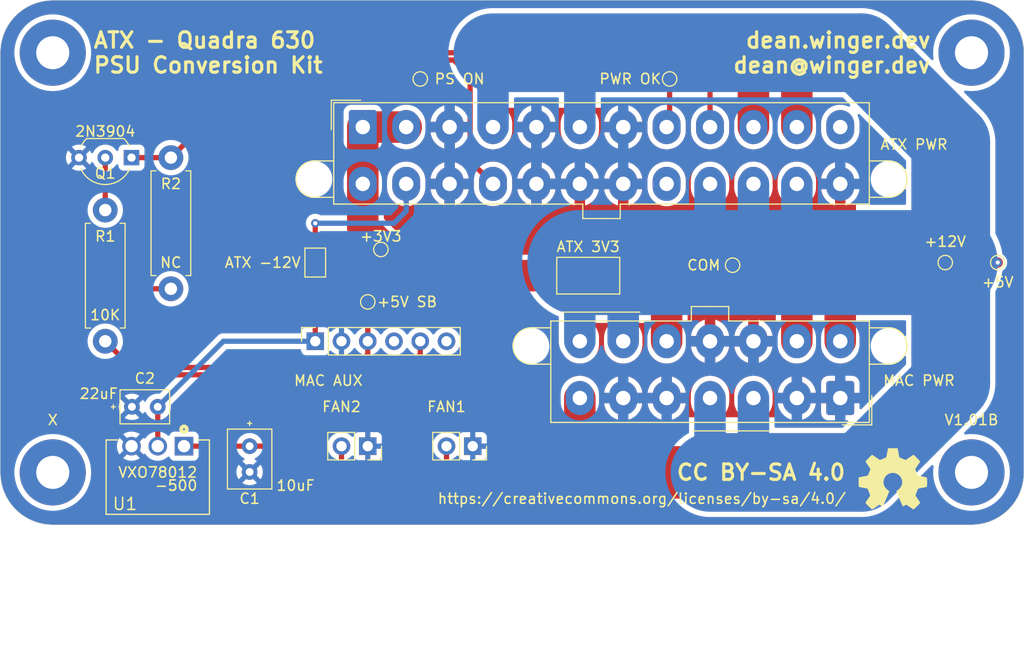
<source format=kicad_pcb>
(kicad_pcb (version 20241229) (generator "pcbnew") (generator_version "9.0")
  (title_block (title "ATX - Quadra 630 PSU Conversion Kit") (date "2020-09-01") (rev "V1.01B") (company "Dean Winger") (comment 1 "dean.winger.dev / dean@winger.dev") (comment 3 "https://creativecommons.org/licenses/by-sa/4.0/") (comment 4 "CC BY-SA 4.0"))
  (layers (0 "F.Cu" signal) (2 "B.Cu" signal) (13 "F.Paste" user) (15 "B.Paste" user) (5 "F.SilkS" user "F.Silkscreen") (7 "B.SilkS" user "B.Silkscreen") (1 "F.Mask" user) (3 "B.Mask" user) (25 "Edge.Cuts" user))
  (net 0 "")
  (net 2 "Net-(J1-Pin_14)")
  (net 3 "Net-(J2-Pin_12)")
  (net 5 "Net-(J3-Pin_5)")
  (net 6 "/COM")
  (net 7 "/+5V")
  (net 8 "/PS_ON")
  (net 9 "/+3V3")
  (net 10 "/+12V")
  (net 11 "/+5V_SB")
  (net 12 "/PWR_OK")
  (net 13 "/-12V")
  (net 15 "Net-(Q1-B)")
  (footprint "MountingHole:MountingHole_3.2mm_M3_Pad" (layer "F.Cu") (at 30.48 30.48)
    (property "Reference" "H1" (hide yes))
    (property "Value" "MountingHole_Pad" (hide yes))
    (pad "1" thru_hole circle (at 0 0) (size 6.4 6.4) (drill 3.2) (layers "*.Cu" "*.Mask"))
  )
  (footprint "MountingHole:MountingHole_3.2mm_M3_Pad" (layer "F.Cu") (at 119.38 30.48)
    (property "Reference" "H2" (hide yes))
    (property "Value" "MountingHole_Pad" (hide yes))
    (pad "1" thru_hole circle (at 0 0) (size 6.4 6.4) (drill 3.2) (layers "*.Cu" "*.Mask"))
  )
  (footprint "MountingHole:MountingHole_3.2mm_M3_Pad" (layer "F.Cu") (at 30.48 71.12)
    (property "Reference" "H3" (hide yes))
    (property "Value" "MountingHole_Pad" (hide yes))
    (pad "1" thru_hole circle (at 0 0) (size 6.4 6.4) (drill 3.2) (layers "*.Cu" "*.Mask"))
  )
  (footprint "MountingHole:MountingHole_3.2mm_M3_Pad" (layer "F.Cu") (at 119.38 71.12)
    (property "Reference" "H4" (hide yes))
    (property "Value" "MountingHole_Pad" (hide yes))
    (pad "1" thru_hole circle (at 0 0) (size 6.4 6.4) (drill 3.2) (layers "*.Cu" "*.Mask"))
  )
  (footprint "Connector_Molex:Molex_Mini-Fit_Jr_5566-24A2_2x12_P4.20mm_Vertical" (layer "F.Cu") (at 60.48 37.68)
    (property "Reference" "J1" (hide yes))
    (property "Value" "ATX PWR" (at 53.34 1.69 0) (layer "F.SilkS"))
    (fp_line (start -4.7 3.28) (end -2.81 3.28) (stroke (width 0.12)) (layer "F.SilkS"))
    (fp_line (start -4.7 6.8) (end -2.81 6.8) (stroke (width 0.12)) (layer "F.SilkS"))
    (fp_line (start -3.05 -2.6) (end -3.05 0.25) (stroke (width 0.12)) (layer "F.SilkS"))
    (fp_line (start -2.81 -2.36) (end -2.81 7.46) (stroke (width 0.12)) (layer "F.SilkS"))
    (fp_line (start -2.81 7.46) (end 21.29 7.46) (stroke (width 0.12)) (layer "F.SilkS"))
    (fp_line (start -0.2 -2.6) (end -3.05 -2.6) (stroke (width 0.12)) (layer "F.SilkS"))
    (fp_line (start 21.29 7.46) (end 21.29 8.86) (stroke (width 0.12)) (layer "F.SilkS"))
    (fp_line (start 21.29 8.86) (end 23.1 8.86) (stroke (width 0.12)) (layer "F.SilkS"))
    (fp_line (start 23.1 -2.36) (end -2.81 -2.36) (stroke (width 0.12)) (layer "F.SilkS"))
    (fp_line (start 23.1 -2.36) (end 49.01 -2.36) (stroke (width 0.12)) (layer "F.SilkS"))
    (fp_line (start 24.91 7.46) (end 24.91 8.86) (stroke (width 0.12)) (layer "F.SilkS"))
    (fp_line (start 24.91 8.86) (end 23.1 8.86) (stroke (width 0.12)) (layer "F.SilkS"))
    (fp_line (start 49.01 -2.36) (end 49.01 7.46) (stroke (width 0.12)) (layer "F.SilkS"))
    (fp_line (start 49.01 7.46) (end 24.91 7.46) (stroke (width 0.12)) (layer "F.SilkS"))
    (fp_line (start 50.9 3.28) (end 49.01 3.28) (stroke (width 0.12)) (layer "F.SilkS"))
    (fp_line (start 50.9 6.8) (end 49.01 6.8) (stroke (width 0.12)) (layer "F.SilkS"))
    (fp_arc (start -4.7 6.8) (mid -6.46 5.04) (end -4.7 3.28) (stroke (width 0.12)) (layer "F.SilkS"))
    (fp_arc (start 50.9 3.28) (mid 52.66 5.04) (end 50.9 6.8) (stroke (width 0.12)) (layer "F.SilkS"))
    (pad "" np_thru_hole circle (at -4.7 5.04) (size 3 3) (drill 3) (layers "*.Cu" "*.Mask"))
    (pad "" np_thru_hole circle (at 50.9 5.04) (size 3 3) (drill 3) (layers "*.Cu" "*.Mask"))
    (pad "1" thru_hole roundrect (at 0 0) (size 2.7 3.3) (drill 1.4) (layers "*.Cu" "*.Mask") (roundrect_rratio 0.092593) (net 9 "/+3V3"))
    (pad "2" thru_hole oval (at 4.2 0) (size 2.7 3.3) (drill 1.4) (layers "*.Cu" "*.Mask") (net 9 "/+3V3"))
    (pad "3" thru_hole oval (at 8.4 0) (size 2.7 3.3) (drill 1.4) (layers "*.Cu" "*.Mask") (net 6 "/COM"))
    (pad "4" thru_hole oval (at 12.6 0) (size 2.7 3.3) (drill 1.4) (layers "*.Cu" "*.Mask") (net 7 "/+5V"))
    (pad "5" thru_hole oval (at 16.8 0) (size 2.7 3.3) (drill 1.4) (layers "*.Cu" "*.Mask") (net 6 "/COM"))
    (pad "6" thru_hole oval (at 21 0) (size 2.7 3.3) (drill 1.4) (layers "*.Cu" "*.Mask") (net 7 "/+5V"))
    (pad "7" thru_hole oval (at 25.2 0) (size 2.7 3.3) (drill 1.4) (layers "*.Cu" "*.Mask") (net 6 "/COM"))
    (pad "8" thru_hole oval (at 29.4 0) (size 2.7 3.3) (drill 1.4) (layers "*.Cu" "*.Mask") (net 12 "/PWR_OK"))
    (pad "9" thru_hole oval (at 33.6 0) (size 2.7 3.3) (drill 1.4) (layers "*.Cu" "*.Mask") (net 11 "/+5V_SB"))
    (pad "10" thru_hole oval (at 37.8 0) (size 2.7 3.3) (drill 1.4) (layers "*.Cu" "*.Mask") (net 10 "/+12V"))
    (pad "11" thru_hole oval (at 42 0) (size 2.7 3.3) (drill 1.4) (layers "*.Cu" "*.Mask") (net 10 "/+12V"))
    (pad "12" thru_hole oval (at 46.2 0) (size 2.7 3.3) (drill 1.4) (layers "*.Cu" "*.Mask") (net 9 "/+3V3"))
    (pad "13" thru_hole oval (at 0 5.5) (size 2.7 3.3) (drill 1.4) (layers "*.Cu" "*.Mask") (net 9 "/+3V3"))
    (pad "14" thru_hole oval (at 4.2 5.5) (size 2.7 3.3) (drill 1.4) (layers "*.Cu" "*.Mask") (net 2 "Net-(J1-Pin_14)"))
    (pad "15" thru_hole oval (at 8.4 5.5) (size 2.7 3.3) (drill 1.4) (layers "*.Cu" "*.Mask") (net 6 "/COM"))
    (pad "16" thru_hole oval (at 12.6 5.5) (size 2.7 3.3) (drill 1.4) (layers "*.Cu" "*.Mask") (net 8 "/PS_ON"))
    (pad "17" thru_hole oval (at 16.8 5.5) (size 2.7 3.3) (drill 1.4) (layers "*.Cu" "*.Mask") (net 6 "/COM"))
    (pad "18" thru_hole oval (at 21 5.5) (size 2.7 3.3) (drill 1.4) (layers "*.Cu" "*.Mask") (net 6 "/COM"))
    (pad "19" thru_hole oval (at 25.2 5.5) (size 2.7 3.3) (drill 1.4) (layers "*.Cu" "*.Mask") (net 6 "/COM"))
    (pad "20" thru_hole oval (at 29.4 5.5) (size 2.7 3.3) (drill 1.4) (layers "*.Cu" "*.Mask"))
    (pad "21" thru_hole oval (at 33.6 5.5) (size 2.7 3.3) (drill 1.4) (layers "*.Cu" "*.Mask") (net 7 "/+5V"))
    (pad "22" thru_hole oval (at 37.8 5.5) (size 2.7 3.3) (drill 1.4) (layers "*.Cu" "*.Mask") (net 7 "/+5V"))
    (pad "23" thru_hole oval (at 42 5.5) (size 2.7 3.3) (drill 1.4) (layers "*.Cu" "*.Mask") (net 7 "/+5V"))
    (pad "24" thru_hole oval (at 46.2 5.5) (size 2.7 3.3) (drill 1.4) (layers "*.Cu" "*.Mask") (net 6 "/COM"))
  )
  (footprint "Connector_Molex:Molex_Mini-Fit_Jr_5566-14A2_2x07_P4.20mm_Vertical" (layer "F.Cu") (at 106.68 63.92 180)
    (property "Reference" "J2" (hide yes))
    (property "Value" "MAC PWR" (at -7.62 1.69 0) (layer "F.SilkS"))
    (fp_line (start 29.9 6.8) (end 28.01 6.8) (stroke (width 0.12)) (layer "F.SilkS"))
    (fp_line (start 29.9 3.28) (end 28.01 3.28) (stroke (width 0.12)) (layer "F.SilkS"))
    (fp_line (start 28.01 7.46) (end 14.41 7.46) (stroke (width 0.12)) (layer "F.SilkS"))
    (fp_line (start 28.01 -2.36) (end 28.01 7.46) (stroke (width 0.12)) (layer "F.SilkS"))
    (fp_line (start 14.41 8.86) (end 12.6 8.86) (stroke (width 0.12)) (layer "F.SilkS"))
    (fp_line (start 14.41 7.46) (end 14.41 8.86) (stroke (width 0.12)) (layer "F.SilkS"))
    (fp_line (start 12.6 -2.36) (end 28.01 -2.36) (stroke (width 0.12)) (layer "F.SilkS"))
    (fp_line (start 12.6 -2.36) (end -2.81 -2.36) (stroke (width 0.12)) (layer "F.SilkS"))
    (fp_line (start 10.79 8.86) (end 12.6 8.86) (stroke (width 0.12)) (layer "F.SilkS"))
    (fp_line (start 10.79 7.46) (end 10.79 8.86) (stroke (width 0.12)) (layer "F.SilkS"))
    (fp_line (start -0.2 -2.6) (end -3.05 -2.6) (stroke (width 0.12)) (layer "F.SilkS"))
    (fp_line (start -2.81 7.46) (end 10.79 7.46) (stroke (width 0.12)) (layer "F.SilkS"))
    (fp_line (start -2.81 -2.36) (end -2.81 7.46) (stroke (width 0.12)) (layer "F.SilkS"))
    (fp_line (start -3.05 -2.6) (end -3.05 0.25) (stroke (width 0.12)) (layer "F.SilkS"))
    (fp_line (start -4.7 6.8) (end -2.81 6.8) (stroke (width 0.12)) (layer "F.SilkS"))
    (fp_line (start -4.7 3.28) (end -2.81 3.28) (stroke (width 0.12)) (layer "F.SilkS"))
    (fp_arc (start 29.9 3.28) (mid 31.66 5.04) (end 29.9 6.8) (stroke (width 0.12)) (layer "F.SilkS"))
    (fp_arc (start -4.7 6.8) (mid -6.46 5.04) (end -4.7 3.28) (stroke (width 0.12)) (layer "F.SilkS"))
    (pad "" np_thru_hole circle (at -4.7 5.04 180) (size 3 3) (drill 3) (layers "*.Cu" "*.Mask"))
    (pad "" np_thru_hole circle (at 29.9 5.04 180) (size 3 3) (drill 3) (layers "*.Cu" "*.Mask"))
    (pad "1" thru_hole roundrect (at 0 0 180) (size 2.7 3.3) (drill 1.4) (layers "*.Cu" "*.Mask") (roundrect_rratio 0.092593) (net 6 "/COM"))
    (pad "2" thru_hole oval (at 4.2 0 180) (size 2.7 3.3) (drill 1.4) (layers "*.Cu" "*.Mask") (net 6 "/COM"))
    (pad "3" thru_hole oval (at 8.4 0 180) (size 2.7 3.3) (drill 1.4) (layers "*.Cu" "*.Mask") (net 7 "/+5V"))
    (pad "4" thru_hole oval (at 12.6 0 180) (size 2.7 3.3) (drill 1.4) (layers "*.Cu" "*.Mask") (net 7 "/+5V"))
    (pad "5" thru_hole oval (at 16.8 0 180) (size 2.7 3.3) (drill 1.4) (layers "*.Cu" "*.Mask") (net 6 "/COM"))
    (pad "6" thru_hole oval (at 21 0 180) (size 2.7 3.3) (drill 1.4) (layers "*.Cu" "*.Mask") (net 6 "/COM"))
    (pad "7" thru_hole oval (at 25.2 0 180) (size 2.7 3.3) (drill 1.4) (layers "*.Cu" "*.Mask") (net 10 "/+12V"))
    (pad "8" thru_hole oval (at 0 5.5 180) (size 2.7 3.3) (drill 1.4) (layers "*.Cu" "*.Mask") (net 10 "/+12V"))
    (pad "9" thru_hole oval (at 4.2 5.5 180) (size 2.7 3.3) (drill 1.4) (layers "*.Cu" "*.Mask") (net 10 "/+12V"))
    (pad "10" thru_hole oval (at 8.4 5.5 180) (size 2.7 3.3) (drill 1.4) (layers "*.Cu" "*.Mask") (net 6 "/COM"))
    (pad "11" thru_hole oval (at 12.6 5.5 180) (size 2.7 3.3) (drill 1.4) (layers "*.Cu" "*.Mask") (net 6 "/COM"))
    (pad "12" thru_hole oval (at 16.8 5.5 180) (size 2.7 3.3) (drill 1.4) (layers "*.Cu" "*.Mask") (net 3 "Net-(J2-Pin_12)"))
    (pad "13" thru_hole oval (at 21 5.5 180) (size 2.7 3.3) (drill 1.4) (layers "*.Cu" "*.Mask") (net 7 "/+5V"))
    (pad "14" thru_hole oval (at 25.2 5.5 180) (size 2.7 3.3) (drill 1.4) (layers "*.Cu" "*.Mask") (net 7 "/+5V"))
  )
  (footprint "Connector_PinSocket_2.54mm:PinSocket_1x06_P2.54mm_Vertical" (layer "F.Cu") (at 55.88 58.42 90)
    (property "Reference" "J3" (hide yes))
    (property "Value" "MAC AUX" (at -3.81 1.27 0) (layer "F.SilkS"))
    (fp_line (start 1.33 -1.33) (end 1.33 0) (stroke (width 0.12)) (layer "F.SilkS"))
    (fp_line (start 0 -1.33) (end 1.33 -1.33) (stroke (width 0.12)) (layer "F.SilkS"))
    (fp_line (start 1.33 1.27) (end 1.33 14.03) (stroke (width 0.12)) (layer "F.SilkS"))
    (fp_line (start -1.33 1.27) (end 1.33 1.27) (stroke (width 0.12)) (layer "F.SilkS"))
    (fp_line (start -1.33 1.27) (end -1.33 14.03) (stroke (width 0.12)) (layer "F.SilkS"))
    (fp_line (start -1.33 14.03) (end 1.33 14.03) (stroke (width 0.12)) (layer "F.SilkS"))
    (pad "1" thru_hole rect (at 0 0 90) (size 1.7 1.7) (drill 1) (layers "*.Cu" "*.Mask") (net 13 "/-12V"))
    (pad "2" thru_hole circle (at 0 2.54 90) (size 1.7 1.7) (drill 1) (layers "*.Cu" "*.Mask") (net 6 "/COM"))
    (pad "3" thru_hole circle (at 0 5.08 90) (size 1.7 1.7) (drill 1) (layers "*.Cu" "*.Mask") (net 11 "/+5V_SB"))
    (pad "4" thru_hole circle (at 0 7.62 90) (size 1.7 1.7) (drill 1) (layers "*.Cu" "*.Mask"))
    (pad "5" thru_hole circle (at 0 10.16 90) (size 1.7 1.7) (drill 1) (layers "*.Cu" "*.Mask") (net 5 "Net-(J3-Pin_5)"))
    (pad "6" thru_hole circle (at 0 12.7 90) (size 1.7 1.7) (drill 1) (layers "*.Cu" "*.Mask"))
  )
  (footprint "Connector_PinSocket_2.54mm:PinSocket_1x02_P2.54mm_Vertical" (layer "F.Cu") (at 71.12 68.58 -90)
    (property "Reference" "J4" (hide yes))
    (property "Value" "FAN1" (at -3.81 2.54 0) (layer "F.SilkS"))
    (fp_line (start -1.33 3.87) (end 1.33 3.87) (stroke (width 0.12)) (layer "F.SilkS"))
    (fp_line (start -1.33 1.27) (end -1.33 3.87) (stroke (width 0.12)) (layer "F.SilkS"))
    (fp_line (start -1.33 1.27) (end 1.33 1.27) (stroke (width 0.12)) (layer "F.SilkS"))
    (fp_line (start 1.33 1.27) (end 1.33 3.87) (stroke (width 0.12)) (layer "F.SilkS"))
    (fp_line (start 0 -1.33) (end 1.33 -1.33) (stroke (width 0.12)) (layer "F.SilkS"))
    (fp_line (start 1.33 -1.33) (end 1.33 0) (stroke (width 0.12)) (layer "F.SilkS"))
    (pad "1" thru_hole rect (at 0 0 270) (size 1.7 1.7) (drill 1) (layers "*.Cu" "*.Mask") (net 6 "/COM"))
    (pad "2" thru_hole circle (at 0 2.54 270) (size 1.7 1.7) (drill 1) (layers "*.Cu" "*.Mask") (net 10 "/+12V"))
  )
  (footprint "Connector_PinSocket_2.54mm:PinSocket_1x02_P2.54mm_Vertical" (layer "F.Cu") (at 60.96 68.58 -90)
    (property "Reference" "J5" (hide yes))
    (property "Value" "FAN2" (at -3.81 2.54 0) (layer "F.SilkS"))
    (fp_line (start -1.33 3.87) (end 1.33 3.87) (stroke (width 0.12)) (layer "F.SilkS"))
    (fp_line (start -1.33 1.27) (end -1.33 3.87) (stroke (width 0.12)) (layer "F.SilkS"))
    (fp_line (start -1.33 1.27) (end 1.33 1.27) (stroke (width 0.12)) (layer "F.SilkS"))
    (fp_line (start 1.33 1.27) (end 1.33 3.87) (stroke (width 0.12)) (layer "F.SilkS"))
    (fp_line (start 0 -1.33) (end 1.33 -1.33) (stroke (width 0.12)) (layer "F.SilkS"))
    (fp_line (start 1.33 -1.33) (end 1.33 0) (stroke (width 0.12)) (layer "F.SilkS"))
    (pad "1" thru_hole rect (at 0 0 270) (size 1.7 1.7) (drill 1) (layers "*.Cu" "*.Mask") (net 6 "/COM"))
    (pad "2" thru_hole circle (at 0 2.54 270) (size 1.7 1.7) (drill 1) (layers "*.Cu" "*.Mask") (net 10 "/+12V"))
  )
  (footprint "Jumper:SolderJumper-2_P1.3mm_Open_Pad1.0x1.5mm" (layer "F.Cu") (at 55.88 50.8 -90)
    (property "Reference" "JP1" (hide yes))
    (property "Value" "ATX -12V" (at 0 5.08 0) (layer "F.SilkS"))
    (fp_line (start -1.4 1) (end -1.4 -1) (stroke (width 0.12)) (layer "F.SilkS"))
    (fp_line (start 1.4 1) (end -1.4 1) (stroke (width 0.12)) (layer "F.SilkS"))
    (fp_line (start -1.4 -1) (end 1.4 -1) (stroke (width 0.12)) (layer "F.SilkS"))
    (fp_line (start 1.4 -1) (end 1.4 1) (stroke (width 0.12)) (layer "F.SilkS"))
    (pad "1" smd rect (at -0.65 0 270) (size 1 1.5) (layers "F.Cu" "F.Mask") (net 2 "Net-(J1-Pin_14)"))
    (pad "2" smd rect (at 0.65 0 270) (size 1 1.5) (layers "F.Cu" "F.Mask") (net 13 "/-12V"))
  )
  (footprint "TestPoint:TestPoint_Pad_D1.0mm" (layer "F.Cu") (at 62.23 49.53)
    (property "Reference" "TP1" (hide yes))
    (property "Value" "+3V3" (at 0 -1.27 0) (layer "F.SilkS"))
    (fp_circle (center 0 0) (end 0 0.7) (stroke (width 0.12)) (fill no) (layer "F.SilkS"))
    (pad "1" smd circle (at 0 0) (size 1 1) (layers "F.Cu" "F.Mask") (net 9 "/+3V3"))
  )
  (footprint "TestPoint:TestPoint_Pad_D1.0mm" (layer "F.Cu") (at 121.92 50.8)
    (property "Reference" "TP2" (hide yes))
    (property "Value" "+5V" (at 0 1.905 0) (layer "F.SilkS"))
    (fp_circle (center 0 0) (end 0 0.7) (stroke (width 0.12)) (fill no) (layer "F.SilkS"))
    (pad "1" smd circle (at 0 0) (size 1 1) (layers "F.Cu" "F.Mask") (net 7 "/+5V"))
  )
  (footprint "TestPoint:TestPoint_Pad_D1.0mm" (layer "F.Cu") (at 116.84 50.8)
    (property "Reference" "TP3" (hide yes))
    (property "Value" "+12V" (at 0 -2.032 0) (layer "F.SilkS"))
    (fp_circle (center 0 0) (end 0 0.7) (stroke (width 0.12)) (fill no) (layer "F.SilkS"))
    (pad "1" smd circle (at 0 0) (size 1 1) (layers "F.Cu" "F.Mask") (net 10 "/+12V"))
  )
  (footprint "TestPoint:TestPoint_Pad_D1.0mm" (layer "F.Cu") (at 60.96 54.61)
    (property "Reference" "TP4" (hide yes))
    (property "Value" "+5V SB" (at 3.81 0 0) (layer "F.SilkS"))
    (fp_circle (center 0 0) (end 0 0.7) (stroke (width 0.12)) (fill no) (layer "F.SilkS"))
    (pad "1" smd circle (at 0 0) (size 1 1) (layers "F.Cu" "F.Mask") (net 11 "/+5V_SB"))
  )
  (footprint "TestPoint:TestPoint_Pad_D1.0mm" (layer "F.Cu") (at 90.17 33.02)
    (property "Reference" "TP5" (hide yes))
    (property "Value" "PWR OK" (at -3.81 0 0) (layer "F.SilkS"))
    (fp_circle (center 0 0) (end 0 0.7) (stroke (width 0.12)) (fill no) (layer "F.SilkS"))
    (pad "1" smd circle (at 0 0) (size 1 1) (layers "F.Cu" "F.Mask") (net 12 "/PWR_OK"))
  )
  (footprint "TestPoint:TestPoint_Pad_D1.0mm" (layer "F.Cu") (at 66.04 33.02)
    (property "Reference" "TP6" (hide yes))
    (property "Value" "PS ON" (at 3.81 0 0) (layer "F.SilkS"))
    (fp_circle (center 0 0) (end 0 0.7) (stroke (width 0.12)) (fill no) (layer "F.SilkS"))
    (pad "1" smd circle (at 0 0) (size 1 1) (layers "F.Cu" "F.Mask") (net 8 "/PS_ON"))
  )
  (footprint "custom-footprints:J2" (layer "F.Cu") (at 82.296 52.07 180)
    (property "Reference" "JP2" (hide yes))
    (property "Value" "ATX 3V3" (at 0 2.794 0) (layer "F.SilkS"))
    (fp_line (start 3.048 1.778) (end -3.048 1.778) (stroke (width 0.12)) (layer "F.SilkS"))
    (fp_line (start 3.048 -1.778) (end 3.048 1.778) (stroke (width 0.12)) (layer "F.SilkS"))
    (fp_line (start -3.048 1.778) (end -3.048 -1.778) (stroke (width 0.12)) (layer "F.SilkS"))
    (fp_line (start -3.048 -1.778) (end 3.048 -1.778) (stroke (width 0.12)) (layer "F.SilkS"))
    (pad "1" smd rect (at -1.524 0 180) (size 2.5 3) (layers "F.Cu" "F.Mask") (net 3 "Net-(J2-Pin_12)"))
    (pad "2" smd rect (at 1.524 0 180) (size 2.5 3) (layers "F.Cu" "F.Mask") (net 9 "/+3V3"))
  )
  (footprint "TestPoint:TestPoint_Pad_D1.0mm" (layer "F.Cu") (at 96.266 51.054)
    (property "Reference" "TP7" (hide yes))
    (property "Value" "COM" (at -2.794 0 0) (layer "F.SilkS"))
    (fp_circle (center 0 0) (end 0 0.7) (stroke (width 0.12)) (fill no) (layer "F.SilkS"))
    (pad "1" smd circle (at 0 0) (size 1 1) (layers "F.Cu" "F.Mask") (net 6 "/COM"))
  )
  (footprint "custom-footprints:C1" (layer "F.Cu") (at 49.53 68.58 -90)
    (property "Reference" "C1" (at 5.08 0 0) (layer "F.SilkS"))
    (property "Value" "10uF" (at 3.81 -4.445 0) (layer "F.SilkS"))
    (fp_line (start -1.65 2.15) (end 4.15 2.15) (stroke (width 0.12)) (layer "F.SilkS"))
    (fp_line (start 4.15 2.15) (end 4.15 -2.15) (stroke (width 0.12)) (layer "F.SilkS"))
    (fp_line (start -2.4 0) (end -2 0) (stroke (width 0.12)) (layer "F.SilkS"))
    (fp_line (start -2.2 -0.2) (end -2.2 0.2) (stroke (width 0.12)) (layer "F.SilkS"))
    (fp_line (start -1.65 -2.15) (end -1.65 2.15) (stroke (width 0.12)) (layer "F.SilkS"))
    (fp_line (start 4.15 -2.15) (end -1.65 -2.15) (stroke (width 0.12)) (layer "F.SilkS"))
    (pad "1" thru_hole circle (at 0 0 270) (size 1.524 1.524) (drill 0.762) (layers "*.Cu" "*.Mask") (net 10 "/+12V"))
    (pad "2" thru_hole circle (at 2.5 0 270) (size 1.524 1.524) (drill 0.762) (layers "*.Cu" "*.Mask") (net 6 "/COM"))
  )
  (footprint "custom-footprints:C2" (layer "F.Cu") (at 38.14 64.77)
    (property "Reference" "C2" (at 1.25 -2.75 0) (layer "F.SilkS"))
    (property "Value" "22uF" (at -3.215 -1.27 0) (layer "F.SilkS"))
    (fp_line (start -2 0) (end -1.6 0) (stroke (width 0.12)) (layer "F.SilkS"))
    (fp_line (start -1.8 -0.2) (end -1.8 0.2) (stroke (width 0.12)) (layer "F.SilkS"))
    (fp_line (start -1.15 -1.65) (end 3.65 -1.65) (stroke (width 0.12)) (layer "F.SilkS"))
    (fp_line (start -1.15 1.65) (end -1.15 -1.65) (stroke (width 0.12)) (layer "F.SilkS"))
    (fp_line (start 3.65 -1.65) (end 3.65 1.65) (stroke (width 0.12)) (layer "F.SilkS"))
    (fp_line (start 3.65 1.65) (end -1.15 1.65) (stroke (width 0.12)) (layer "F.SilkS"))
    (pad "1" thru_hole circle (at 0 0) (size 1.524 1.524) (drill 0.762) (layers "*.Cu" "*.Mask") (net 6 "/COM"))
    (pad "2" thru_hole circle (at 2.5 0) (size 1.524 1.524) (drill 0.762) (layers "*.Cu" "*.Mask") (net 13 "/-12V"))
  )
  (footprint "custom-footprints:CONV_VXO78012-500" (layer "F.Cu") (at 43.18 68.58 180)
    (property "Reference" "U1" (at 5.715 -5.588 0) (layer "F.SilkS") (effects (font (size 1.183213 1.183213))))
    (property "Value" "VXO78012" (at 2.54 -2.54 0) (layer "F.SilkS"))
    (fp_line (start 7.54 0.6) (end 6.44 0.6) (stroke (width 0.127)) (layer "F.SilkS"))
    (fp_line (start 7.54 -6.6) (end 7.54 0.6) (stroke (width 0.127)) (layer "F.SilkS"))
    (fp_line (start -2.46 0.6) (end -1.36 0.6) (stroke (width 0.127)) (layer "F.SilkS"))
    (fp_line (start -2.46 0.6) (end -2.46 -6.6) (stroke (width 0.127)) (layer "F.SilkS"))
    (fp_line (start -2.46 -6.6) (end 7.54 -6.6) (stroke (width 0.127)) (layer "F.SilkS"))
    (fp_circle (center 0 1.64) (end 0.1 1.64) (stroke (width 0.35)) (fill no) (layer "F.SilkS"))
    (fp_circle (center 0 1.64) (end 0.1 1.64) (stroke (width 0.35)) (fill no) (layer "F.SilkS"))
    (pad "1" thru_hole rect (at 0 0 180) (size 1.8 1.8) (drill 1.2) (layers "*.Cu" "*.Mask") (net 10 "/+12V"))
    (pad "2" thru_hole circle (at 2.54 0 180) (size 1.8 1.8) (drill 1.2) (layers "*.Cu" "*.Mask") (net 13 "/-12V"))
    (pad "3" thru_hole circle (at 5.08 0 180) (size 1.8 1.8) (drill 1.2) (layers "*.Cu" "*.Mask") (net 6 "/COM"))
  )
  (footprint "Package_TO_SOT_THT:TO-92_Inline_Wide" (layer "F.Cu") (at 38.1 40.64 180)
    (property "Reference" "Q1" (at 2.54 -1.524 0) (layer "F.SilkS"))
    (property "Value" "2N3904" (at 2.54 2.54 0) (layer "F.SilkS"))
    (fp_line (start 0.74 1.85) (end 4.34 1.85) (stroke (width 0.12)) (layer "F.SilkS"))
    (fp_arc (start 4.864184 1.122795) (mid 4.633903 1.509328) (end 4.34 1.85) (stroke (width 0.12)) (layer "F.SilkS"))
    (fp_arc (start 2.54 -2.6) (mid 3.936979 -2.192818) (end 4.8964 -1.098807) (stroke (width 0.12)) (layer "F.SilkS"))
    (fp_arc (start 0.74 1.85) (mid 0.446097 1.509328) (end 0.215816 1.122795) (stroke (width 0.12)) (layer "F.SilkS"))
    (fp_arc (start 0.1836 -1.098807) (mid 1.143021 -2.192817) (end 2.54 -2.6) (stroke (width 0.12)) (layer "F.SilkS"))
    (pad "1" thru_hole rect (at 0 0 180) (size 1.5 1.5) (drill 0.8) (layers "*.Cu" "*.Mask") (net 8 "/PS_ON"))
    (pad "2" thru_hole circle (at 2.54 0 180) (size 1.5 1.5) (drill 0.8) (layers "*.Cu" "*.Mask") (net 15 "Net-(Q1-B)"))
    (pad "3" thru_hole circle (at 5.08 0 180) (size 1.5 1.5) (drill 0.8) (layers "*.Cu" "*.Mask") (net 6 "/COM"))
  )
  (footprint "Resistor_THT:R_Axial_DIN0411_L9.9mm_D3.6mm_P12.70mm_Horizontal" (layer "F.Cu") (at 35.56 58.42 90)
    (property "Reference" "R1" (at 10.16 0 0) (layer "F.SilkS"))
    (property "Value" "10K" (at 2.54 0 0) (layer "F.SilkS"))
    (fp_line (start 11.42 -1.92) (end 11.42 -1.44) (stroke (width 0.12)) (layer "F.SilkS"))
    (fp_line (start 1.28 -1.92) (end 11.42 -1.92) (stroke (width 0.12)) (layer "F.SilkS"))
    (fp_line (start 1.28 -1.44) (end 1.28 -1.92) (stroke (width 0.12)) (layer "F.SilkS"))
    (fp_line (start 1.28 1.44) (end 1.28 1.92) (stroke (width 0.12)) (layer "F.SilkS"))
    (fp_line (start 11.42 1.92) (end 11.42 1.44) (stroke (width 0.12)) (layer "F.SilkS"))
    (fp_line (start 1.28 1.92) (end 11.42 1.92) (stroke (width 0.12)) (layer "F.SilkS"))
    (pad "1" thru_hole circle (at 0 0 90) (size 2.4 2.4) (drill 1.2) (layers "*.Cu" "*.Mask") (net 5 "Net-(J3-Pin_5)"))
    (pad "2" thru_hole circle (at 12.7 0 90) (size 2.4 2.4) (drill 1.2) (layers "*.Cu" "*.Mask") (net 15 "Net-(Q1-B)"))
  )
  (footprint "Resistor_THT:R_Axial_DIN0411_L9.9mm_D3.6mm_P12.70mm_Horizontal" (layer "F.Cu") (at 41.91 53.34 90)
    (property "Reference" "R2" (at 10.16 0 0) (layer "F.SilkS"))
    (property "Value" "NC" (at 2.54 0 0) (layer "F.SilkS"))
    (fp_line (start 11.42 -1.92) (end 11.42 -1.44) (stroke (width 0.12)) (layer "F.SilkS"))
    (fp_line (start 1.28 -1.92) (end 11.42 -1.92) (stroke (width 0.12)) (layer "F.SilkS"))
    (fp_line (start 1.28 -1.44) (end 1.28 -1.92) (stroke (width 0.12)) (layer "F.SilkS"))
    (fp_line (start 1.28 1.44) (end 1.28 1.92) (stroke (width 0.12)) (layer "F.SilkS"))
    (fp_line (start 11.42 1.92) (end 11.42 1.44) (stroke (width 0.12)) (layer "F.SilkS"))
    (fp_line (start 1.28 1.92) (end 11.42 1.92) (stroke (width 0.12)) (layer "F.SilkS"))
    (pad "1" thru_hole circle (at 0 0 90) (size 2.4 2.4) (drill 1.2) (layers "*.Cu" "*.Mask") (net 11 "/+5V_SB"))
    (pad "2" thru_hole circle (at 12.7 0 90) (size 2.4 2.4) (drill 1.2) (layers "*.Cu" "*.Mask") (net 8 "/PS_ON"))
  )
  (footprint "Symbol:OSHW-Symbol_6.7x6mm_SilkScreen" (layer "F.Cu") (at 111.76 71.755)
    (property "Reference" "REF**" (hide yes))
    (property "Value" "OSHW-Symbol_6.7x6mm_SilkScreen" (hide yes))
    (fp_poly (pts (xy 0.555814 -2.531069) (xy 0.639635 -2.086445) (xy 0.94892 -1.958947) (xy 1.258206 -1.831449) (xy 1.629246 -2.083754) (xy 1.733157 -2.154004) (xy 1.827087 -2.216728) (xy 1.906652 -2.269062) (xy 1.96747 -2.308143) (xy 2.005157 -2.331107) (xy 2.015421 -2.336058) (xy 2.03391 -2.323324) (xy 2.07342 -2.288118) (xy 2.129522 -2.234938) (xy 2.197787 -2.168282) (xy 2.273786 -2.092646) (xy 2.353092 -2.012528) (xy 2.431275 -1.932426) (xy 2.503907 -1.856836) (xy 2.566559 -1.790255) (xy 2.614803 -1.737182) (xy 2.64421 -1.702113) (xy 2.651241 -1.690377) (xy 2.641123 -1.66874) (xy 2.612759 -1.621338) (xy 2.569129 -1.552807) (xy 2.513218 -1.467785) (xy 2.448006 -1.370907) (xy 2.410219 -1.31565) (xy 2.341343 -1.214752) (xy 2.28014 -1.123701) (xy 2.229578 -1.04703) (xy 2.192628 -0.989272) (xy 2.172258 -0.954957) (xy 2.169197 -0.947746) (xy 2.176136 -0.927252) (xy 2.195051 -0.879487) (xy 2.223087 -0.811168) (xy 2.257391 -0.729011) (xy 2.295109 -0.63973) (xy 2.333387 -0.550042) (xy 2.36937 -0.466662) (xy 2.400206 -0.396306) (xy 2.423039 -0.34569) (xy 2.435017 -0.321529) (xy 2.435724 -0.320578) (xy 2.454531 -0.315964) (xy 2.504618 -0.305672) (xy 2.580793 -0.290713) (xy 2.677865 -0.272099) (xy 2.790643 -0.250841) (xy 2.856442 -0.238582) (xy 2.97695 -0.215638) (xy 3.085797 -0.193805) (xy 3.177476 -0.174278) (xy 3.246481 -0.158252) (xy 3.287304 -0.146921) (xy 3.295511 -0.143326) (xy 3.303548 -0.118994) (xy 3.310033 -0.064041) (xy 3.31497 0.015108) (xy 3.318364 0.112026) (xy 3.320218 0.220287) (xy 3.320538 0.333465) (xy 3.319327 0.445135) (xy 3.31659 0.548868) (xy 3.312331 0.638241) (xy 3.306555 0.706826) (xy 3.299267 0.748197) (xy 3.294895 0.75681) (xy 3.268764 0.767133) (xy 3.213393 0.781892) (xy 3.136107 0.799352) (xy 3.04423 0.81778) (xy 3.012158 0.823741) (xy 2.857524 0.852066) (xy 2.735375 0.874876) (xy 2.641673 0.89308) (xy 2.572384 0.907583) (xy 2.523471 0.919292) (xy 2.490897 0.929115) (xy 2.470628 0.937956) (xy 2.458626 0.946724) (xy 2.456947 0.948457) (xy 2.440184 0.976371) (xy 2.414614 1.030695) (xy 2.382788 1.104777) (xy 2.34726 1.191965) (xy 2.310583 1.285608) (xy 2.275311 1.379052) (xy 2.243996 1.465647) (xy 2.219193 1.53874) (xy 2.203454 1.591678) (xy 2.199332 1.617811) (xy 2.199676 1.618726) (xy 2.213641 1.640086) (xy 2.245322 1.687084) (xy 2.291391 1.754827) (xy 2.348518 1.838423) (xy 2.413373 1.932982) (xy 2.431843 1.959854) (xy 2.497699 2.057275) (xy 2.55565 2.146163) (xy 2.602538 2.221412) (xy 2.635207 2.27792) (xy 2.6505 2.310581) (xy 2.651241 2.314593) (xy 2.638392 2.335684) (xy 2.602888 2.377464) (xy 2.549293 2.435445) (xy 2.482171 2.505135) (xy 2.406087 2.582045) (xy 2.325604 2.661683) (xy 2.245287 2.739561) (xy 2.169699 2.811186) (xy 2.103405 2.87207) (xy 2.050969 2.917721) (xy 2.016955 2.94365) (xy 2.007545 2.947883) (xy 1.985643 2.937912) (xy 1.9408 2.91102) (xy 1.880321 2.871736) (xy 1.833789 2.840117) (xy 1.749475 2.782098) (xy 1.649626 2.713784) (xy 1.549473 2.645579) (xy 1.495627 2.609075) (xy 1.313371 2.4858) (xy 1.160381 2.56852) (xy 1.090682 2.604759) (xy 1.031414 2.632926) (xy 0.991311 2.648991) (xy 0.981103 2.651226) (xy 0.968829 2.634722) (xy 0.944613 2.588082) (xy 0.910263 2.515609) (xy 0.867588 2.421606) (xy 0.818394 2.310374) (xy 0.76449 2.186215) (xy 0.707684 2.053432) (xy 0.649782 1.916327) (xy 0.592593 1.779202) (xy 0.537924 1.646358) (xy 0.487584 1.522098) (xy 0.44338 1.410725) (xy 0.407119 1.316539) (xy 0.380609 1.243844) (xy 0.365658 1.196941) (xy 0.363254 1.180833) (xy 0.382311 1.160286) (xy 0.424036 1.126933) (xy 0.479706 1.087702) (xy 0.484378 1.084599) (xy 0.628264 0.969423) (xy 0.744283 0.835053) (xy 0.83143 0.685784) (xy 0.888699 0.525913) (xy 0.915086 0.359737) (xy 0.909585 0.191552) (xy 0.87119 0.025655) (xy 0.798895 -0.133658) (xy 0.777626 -0.168513) (xy 0.666996 -0.309263) (xy 0.536302 -0.422286) (xy 0.390064 -0.506997) (xy 0.232808 -0.562806) (xy 0.069057 -0.589126) (xy -0.096667 -0.58537) (xy -0.259838 -0.55095) (xy -0.415935 -0.485277) (xy -0.560433 -0.387765) (xy -0.605131 -0.348187) (xy -0.718888 -0.224297) (xy -0.801782 -0.093876) (xy -0.858644 0.052315) (xy -0.890313 0.197088) (xy -0.898131 0.35986) (xy -0.872062 0.52344) (xy -0.814755 0.682298) (xy -0.728856 0.830906) (xy -0.617014 0.963735) (xy -0.481877 1.075256) (xy -0.464117 1.087011) (xy -0.40785 1.125508) (xy -0.365077 1.158863) (xy -0.344628 1.18016) (xy -0.344331 1.180833) (xy -0.348721 1.203871) (xy -0.366124 1.256157) (xy -0.394732 1.33339) (xy -0.432735 1.431268) (xy -0.478326 1.545491) (xy -0.529697 1.671758) (xy -0.585038 1.805767) (xy -0.642542 1.943218) (xy -0.700399 2.079808) (xy -0.756802 2.211237) (xy -0.809942 2.333205) (xy -0.85801 2.441409) (xy -0.899199 2.531549) (xy -0.931699 2.599323) (xy -0.953703 2.64043) (xy -0.962564 2.651226) (xy -0.98964 2.642819) (xy -1.040303 2.620272) (xy -1.105817 2.587613) (xy -1.141841 2.56852) (xy -1.294832 2.4858) (xy -1.477088 2.609075) (xy -1.570125 2.672228) (xy -1.671985 2.741727) (xy -1.767438 2.807165) (xy -1.81525 2.840117) (xy -1.882495 2.885273) (xy -1.939436 2.921057) (xy -1.978646 2.942938) (xy -1.991381 2.947563) (xy -2.009917 2.935085) (xy -2.050941 2.900252) (xy -2.110475 2.846678) (xy -2.184542 2.777983) (xy -2.269165 2.697781) (xy -2.322685 2.646286) (xy -2.416319 2.554286) (xy -2.497241 2.471999) (xy -2.562177 2.402945) (xy -2.607858 2.350644) (xy -2.631011 2.318616) (xy -2.633232 2.312116) (xy -2.622924 2.287394) (xy -2.594439 2.237405) (xy -2.550937 2.167212) (xy -2.495577 2.081875) (xy -2.43152 1.986456) (xy -2.413303 1.959854) (xy -2.346927 1.863167) (xy -2.287378 1.776117) (xy -2.237984 1.703595) (xy -2.202075 1.650493) (xy -2.182981 1.621703) (xy -2.181136 1.618726) (xy -2.183895 1.595782) (xy -2.198538 1.545336) (xy -2.222513 1.474041) (xy -2.253266 1.388547) (xy -2.288244 1.295507) (xy -2.324893 1.201574) (xy -2.360661 1.113399) (xy -2.392994 1.037634) (xy -2.419338 0.980931) (xy -2.437142 0.949943) (xy -2.438407 0.948457) (xy -2.449294 0.939601) (xy -2.467682 0.930843) (xy -2.497606 0.921277) (xy -2.543103 0.909996) (xy -2.608209 0.896093) (xy -2.696961 0.878663) (xy -2.813393 0.856798) (xy -2.961542 0.829591) (xy -2.993618 0.823741) (xy -3.088686 0.805374) (xy -3.171565 0.787405) (xy -3.23493 0.771569) (xy -3.271458 0.7596) (xy -3.276356 0.75681) (xy -3.284427 0.732072) (xy -3.290987 0.67679) (xy -3.296033 0.597389) (xy -3.299559 0.500296) (xy -3.301561 0.391938) (xy -3.302036 0.27874) (xy -3.300977 0.167128) (xy -3.298382 0.063529) (xy -3.294246 -0.025632) (xy -3.288563 -0.093928) (xy -3.281331 -0.134934) (xy -3.276971 -0.143326) (xy -3.252698 -0.151792) (xy -3.197426 -0.165565) (xy -3.116662 -0.18345) (xy -3.015912 -0.204252) (xy -2.900683 -0.226777) (xy -2.837902 -0.238582) (xy -2.718787 -0.260849) (xy -2.612565 -0.281021) (xy -2.524427 -0.298085) (xy -2.459566 -0.311031) (xy -2.423174 -0.318845) (xy -2.417184 -0.320578) (xy -2.407061 -0.34011) (xy -2.385662 -0.387157) (xy -2.355839 -0.454997) (xy -2.320445 -0.536909) (xy -2.282332 -0.626172) (xy -2.244353 -0.716065) (xy -2.20936 -0.799865) (xy -2.180206 -0.870853) (xy -2.159743 -0.922306) (xy -2.150823 -0.947503) (xy -2.150657 -0.948604) (xy -2.160769 -0.968481) (xy -2.189117 -1.014223) (xy -2.232723 -1.081283) (xy -2.288606 -1.165116) (xy -2.353787 -1.261174) (xy -2.391679 -1.31635) (xy -2.460725 -1.417519) (xy -2.52205 -1.50937) (xy -2.572663 -1.587256) (xy -2.609571 -1.646531) (xy -2.629782 -1.682549) (xy -2.632701 -1.690623) (xy -2.620153 -1.709416) (xy -2.585463 -1.749543) (xy -2.533063 -1.806507) (xy -2.467384 -1.875815) (xy -2.392856 -1.952969) (xy -2.313913 -2.033475) (xy -2.234983 -2.112837) (xy -2.1605 -2.18656) (xy -2.094894 -2.250148) (xy -2.042596 -2.299106) (xy -2.008039 -2.328939) (xy -1.996478 -2.336058) (xy -1.977654 -2.326047) (xy -1.932631 -2.297922) (xy -1.865787 -2.254546) (xy -1.781499 -2.198782) (xy -1.684144 -2.133494) (xy -1.610707 -2.083754) (xy -1.239667 -1.831449) (xy -0.621095 -2.086445) (xy -0.537275 -2.531069) (xy -0.453454 -2.975693) (xy 0.471994 -2.975693) (xy 0.555814 -2.531069)) (stroke (width 0.01)) (fill yes) (layer "F.SilkS"))
  )
  (gr_line (start 92.4 67.1) (end 99.9 67.1) (stroke (width 0.12)) (layer "F.SilkS"))
  (gr_line (start 79.8 55.6) (end 87.3 55.6) (stroke (width 0.12)) (layer "F.SilkS"))
  (gr_line (start 25.4 30.48) (end 25.4 71.12) (stroke (width 0.05)) (layer "Edge.Cuts"))
  (gr_line (start 30.48 76.2) (end 119.38 76.2) (stroke (width 0.05)) (layer "Edge.Cuts"))
  (gr_line (start 124.46 71.12) (end 124.46 30.48) (stroke (width 0.05)) (layer "Edge.Cuts"))
  (gr_arc (start 25.4 30.48) (mid 26.887898 26.887898) (end 30.48 25.4) (stroke (width 0.05)) (layer "Edge.Cuts"))
  (gr_arc (start 124.46 71.12) (mid 122.972102 74.712102) (end 119.38 76.2) (stroke (width 0.05)) (layer "Edge.Cuts"))
  (gr_arc (start 30.48 76.2) (mid 26.887898 74.712102) (end 25.4 71.12) (stroke (width 0.05)) (layer "Edge.Cuts"))
  (gr_arc (start 119.38 25.4) (mid 122.972102 26.887898) (end 124.46 30.48) (stroke (width 0.05)) (layer "Edge.Cuts"))
  (gr_line (start 119.38 25.4) (end 30.48 25.4) (stroke (width 0.05)) (layer "Edge.Cuts"))
  (gr_text "https://creativecommons.org/licenses/by-sa/4.0/" (at 107.315 73.66 0) (layer "F.SilkS") (effects (font (size 1 1)) (justify right)))
  (gr_text "X" (at 30.48 66.04 0) (layer "F.SilkS") (effects (font (size 1 1))))
  (gr_text "dean.winger.dev\ndean@winger.dev" (at 115.57 30.48 0) (layer "F.SilkS") (effects (font (size 1.5 1.5) (thickness 0.3)) (justify right)))
  (gr_text "CC BY-SA 4.0" (at 107.315 71.12 0) (layer "F.SilkS") (effects (font (size 1.5 1.5) (thickness 0.3)) (justify right)))
  (gr_text "V1.01B\n" (at 119.38 66.04 0) (layer "F.SilkS") (effects (font (size 1 1))))
  (gr_text "ATX - Quadra 630\nPSU Conversion Kit" (at 34.29 30.48 0) (layer "F.SilkS") (effects (font (size 1.5 1.5) (thickness 0.3)) (justify left)))
  (gr_text "-500" (at 42.418 72.39 0) (layer "F.SilkS") (effects (font (size 1 1))))
  (segment (start 64.8 43.54) (end 65.16 43.18) (width 0.508) (layer "F.Cu") (net 2))
  (segment (start 55.88 46.99) (end 55.88 50.15) (width 0.508) (layer "F.Cu") (net 2))
  (segment (start 64.77 43.57) (end 65.16 43.18) (width 0.508) (layer "F.Cu") (net 2))
  (via (at 55.88 46.99) (size 0.8) (drill 0.4) (layers "F.Cu" "B.Cu") (net 2))
  (segment (start 55.88 46.99) (end 55.88 46.99) (width 0.508) (layer "B.Cu") (net 2))
  (segment (start 64.68 45.81) (end 63.5 46.99) (width 0.508) (layer "B.Cu") (net 2))
  (segment (start 63.5 46.99) (end 55.88 46.99) (width 0.508) (layer "B.Cu") (net 2))
  (segment (start 64.68 43.18) (end 64.68 45.81) (width 0.508) (layer "B.Cu") (net 2))
  (segment (start 87.63 52.07) (end 89.88 54.32) (width 3.048) (layer "F.Cu") (net 3))
  (segment (start 89.88 58.42) (end 89.88 54.32) (width 3.048) (layer "F.Cu") (net 3))
  (segment (start 87.63 52.07) (end 84.328 52.07) (width 3.048) (layer "F.Cu") (net 3))
  (segment (start 38.811209 61.671209) (end 64.05879 61.67121) (width 0.508) (layer "F.Cu") (net 5))
  (segment (start 66.04 59.69) (end 66.04 58.42) (width 0.508) (layer "F.Cu") (net 5))
  (segment (start 35.56 58.42) (end 38.811209 61.671209) (width 0.508) (layer "F.Cu") (net 5))
  (segment (start 64.05879 61.67121) (end 66.04 59.69) (width 0.508) (layer "F.Cu") (net 5))
  (segment (start 77.76 43.18) (end 77.76 42.128) (width 0.508) (layer "F.Cu") (net 6))
  (segment (start 83.178 68.58) (end 71.12 68.58) (width 0.508) (layer "B.Cu") (net 6))
  (segment (start 85.68 63.92) (end 85.68 66.078) (width 0.508) (layer "B.Cu") (net 6))
  (segment (start 85.68 66.078) (end 83.178 68.58) (width 0.508) (layer "B.Cu") (net 6))
  (via (at 121.92 50.8) (size 0.8) (drill 0.4) (layers "F.Cu" "B.Cu") (net 7))
  (segment (start 108.709198 30.48) (end 73.08 30.48) (width 7.62) (layer "B.Cu") (net 7))
  (segment (start 85.68 58.42) (end 85.68 50.8) (width 3.048) (layer "B.Cu") (net 7))
  (segment (start 81.48 50.8) (end 116.84 50.8) (width 10.16) (layer "B.Cu") (net 7))
  (segment (start 98.28 63.92) (end 98.28 71.12) (width 3.048) (layer "B.Cu") (net 7))
  (segment (start 81.48 58.42) (end 81.48 50.8) (width 3.048) (layer "B.Cu") (net 7))
  (segment (start 73.08 37.68) (end 73.08 30.48) (width 3.048) (layer "B.Cu") (net 7))
  (segment (start 94.08 43.18) (end 94.08 50.8) (width 3.048) (layer "B.Cu") (net 7))
  (segment (start 94.08 71.12) (end 108.709198 71.12) (width 7.62) (layer "B.Cu") (net 7))
  (segment (start 117.370001 39.140803) (end 108.709198 30.48) (width 7.62) (layer "B.Cu") (net 7))
  (segment (start 98.28 43.18) (end 98.28 50.8) (width 3.048) (layer "B.Cu") (net 7))
  (segment (start 108.709198 71.12) (end 117.370001 62.459197) (width 7.62) (layer "B.Cu") (net 7))
  (segment (start 94.08 63.92) (end 94.08 71.12) (width 3.048) (layer "B.Cu") (net 7))
  (segment (start 102.48 43.18) (end 102.48 50.8) (width 3.048) (layer "B.Cu") (net 7))
  (segment (start 81.48 37.68) (end 81.48 30.48) (width 3.048) (layer "B.Cu") (net 7))
  (segment (start 117.370001 62.459197) (end 117.370001 39.140803) (width 7.62) (layer "B.Cu") (net 7))
  (segment (start 70.866 40.966) (end 70.866 32.766) (width 0.508) (layer "F.Cu") (net 8))
  (segment (start 41.91 40.64) (end 38.1 40.64) (width 0.508) (layer "F.Cu") (net 8))
  (segment (start 70.866 32.766) (end 69.29121 31.19121) (width 0.508) (layer "F.Cu") (net 8))
  (segment (start 73.56 43.18) (end 73.56 42.772) (width 0.254) (layer "F.Cu") (net 8))
  (segment (start 73.56 43.18) (end 73.56 42.518) (width 0.508) (layer "F.Cu") (net 8))
  (segment (start 73.08 43.18) (end 70.866 40.966) (width 0.508) (layer "F.Cu") (net 8))
  (segment (start 69.29121 31.19121) (end 51.35879 31.19121) (width 0.508) (layer "F.Cu") (net 8))
  (segment (start 66.04 33.02) (end 66.04 31.19121) (width 0.508) (layer "F.Cu") (net 8))
  (segment (start 51.35879 31.19121) (end 41.91 40.64) (width 0.508) (layer "F.Cu") (net 8))
  (segment (start 60.48 47.398) (end 65.152 52.07) (width 3.048) (layer "F.Cu") (net 9))
  (segment (start 60.48 37.68) (end 64.68 37.68) (width 3.048) (layer "F.Cu") (net 9))
  (segment (start 60.48 43.18) (end 60.48 47.398) (width 3.048) (layer "F.Cu") (net 9))
  (segment (start 107.16 37.68) (end 107.16 38.89) (width 0.508) (layer "F.Cu") (net 9))
  (segment (start 60.48 37.68) (end 60.48 43.18) (width 3.048) (layer "F.Cu") (net 9))
  (segment (start 65.152 52.07) (end 80.264 52.07) (width 3.048) (layer "F.Cu") (net 9))
  (segment (start 109.22 30.48) (end 116.84 38.1) (width 5.08) (layer "F.Cu") (net 10))
  (segment (start 116.84 38.1) (end 116.84 50.8) (width 5.08) (layer "F.Cu") (net 10))
  (segment (start 98.28 37.68) (end 98.28 30.48) (width 3.048) (layer "F.Cu") (net 10))
  (segment (start 102.48 37.68) (end 102.48 30.48) (width 3.048) (layer "F.Cu") (net 10))
  (segment (start 81.48 63.92) (end 81.48 71.12) (width 3.048) (layer "F.Cu") (net 10))
  (segment (start 50.8 68.58) (end 49.53 68.58) (width 0.508) (layer "F.Cu") (net 10))
  (segment (start 53.34 71.12) (end 50.8 68.58) (width 0.508) (layer "F.Cu") (net 10))
  (segment (start 102.48 58.42) (end 102.48 50.8) (width 3.048) (layer "F.Cu") (net 10))
  (segment (start 68.58 71.12) (end 58.42 71.12) (width 0.508) (layer "F.Cu") (net 10))
  (segment (start 106.68 50.8) (end 116.84 50.8) (width 5.08) (layer "F.Cu") (net 10))
  (segment (start 102.48 50.8) (end 106.68 50.8) (width 5.08) (layer "F.Cu") (net 10))
  (segment (start 43.18 68.58) (end 49.53 68.58) (width 0.508) (layer "F.Cu") (net 10))
  (segment (start 109.22 30.48) (end 98.28 30.48) (width 5.08) (layer "F.Cu") (net 10))
  (segment (start 58.42 71.12) (end 53.34 71.12) (width 0.508) (layer "F.Cu") (net 10))
  (segment (start 116.84 63.5) (end 109.22 71.12) (width 5.08) (layer "F.Cu") (net 10))
  (segment (start 68.58 68.58) (end 68.58 71.12) (width 0.508) (layer "F.Cu") (net 10))
  (segment (start 116.84 50.8) (end 116.84 63.5) (width 5.08) (layer "F.Cu") (net 10))
  (segment (start 58.42 68.58) (end 58.42 71.12) (width 0.508) (layer "F.Cu") (net 10))
  (segment (start 106.68 58.42) (end 106.68 50.8) (width 3.048) (layer "F.Cu") (net 10))
  (segment (start 81.48 71.12) (end 68.58 71.12) (width 0.508) (layer "F.Cu") (net 10))
  (segment (start 81.48 71.12) (end 109.22 71.12) (width 5.08) (layer "F.Cu") (net 10))
  (segment (start 49.53 60.96) (end 43.18 60.96) (width 0.508) (layer "F.Cu") (net 11))
  (segment (start 94.08 33.12) (end 91.44 30.48) (width 0.508) (layer "F.Cu") (net 11))
  (segment (start 33.02 48.26) (end 35.56 48.26) (width 0.508) (layer "F.Cu") (net 11))
  (segment (start 30.48 38.1) (end 30.48 45.72) (width 0.508) (layer "F.Cu") (net 11))
  (segment (start 59.69 60.96) (end 49.53 60.96) (width 0.508) (layer "F.Cu") (net 11))
  (segment (start 60.96 54.61) (end 60.96 58.42) (width 0.508) (layer "F.Cu") (net 11))
  (segment (start 35.56 48.26) (end 38.1 50.8) (width 0.508) (layer "F.Cu") (net 11))
  (segment (start 38.1 50.8) (end 38.1 53.34) (width 0.508) (layer "F.Cu") (net 11))
  (segment (start 38.1 53.34) (end 41.91 53.34) (width 0.508) (layer "F.Cu") (net 11))
  (segment (start 60.96 59.69) (end 59.69 60.96) (width 0.508) (layer "F.Cu") (net 11))
  (segment (start 91.44 30.48) (end 38.1 30.48) (width 0.508) (layer "F.Cu") (net 11))
  (segment (start 38.1 30.48) (end 30.48 38.1) (width 0.508) (layer "F.Cu") (net 11))
  (segment (start 60.96 58.42) (end 60.96 59.69) (width 0.508) (layer "F.Cu") (net 11))
  (segment (start 94.08 37.68) (end 94.08 33.12) (width 0.508) (layer "F.Cu") (net 11))
  (segment (start 38.1 53.34) (end 38.1 55.88) (width 0.508) (layer "F.Cu") (net 11))
  (segment (start 30.48 45.72) (end 33.02 48.26) (width 0.508) (layer "F.Cu") (net 11))
  (segment (start 43.18 60.96) (end 38.1 55.88) (width 0.508) (layer "F.Cu") (net 11))
  (segment (start 90.17 33.02) (end 90.17 37.68) (width 0.508) (layer "F.Cu") (net 12))
  (segment (start 55.88 51.45) (end 55.88 58.42) (width 0.508) (layer "F.Cu") (net 13))
  (segment (start 40.64 64.77) (end 40.64 68.58) (width 0.508) (layer "F.Cu") (net 13))
  (segment (start 46.99 58.42) (end 40.64 64.77) (width 0.508) (layer "B.Cu") (net 13))
  (segment (start 55.88 58.42) (end 46.99 58.42) (width 0.508) (layer "B.Cu") (net 13))
  (segment (start 35.56 40.64) (end 35.56 45.72) (width 0.508) (layer "F.Cu") (net 15))
  (zone (net 6) (net_name "/COM") (layer "F.Cu") (connect_pads (clearance 0.508)) (min_thickness 0.254) (fill yes (thermal_gap 0.508) (thermal_bridge_width 1.016) (smoothing chamfer) (radius 0.508))
    (polygon (pts (xy 108.204 49.53) (xy 101.6 49.53) (xy 101.6 56.642) (xy 108.204 56.642) (xy 108.204 65.786) (xy 80.01 65.786) (xy 80.01 56.642) (xy 90.17 56.642) (xy 90.17 54.61) (xy 87.63 52.07) (xy 64.77 52.07) (xy 58.928 46.99) (xy 58.928 35.814) (xy 108.204 35.814)))
  )
  (zone (net 6) (net_name "/COM") (layer "B.Cu") (priority 1) (connect_pads (clearance 0.508)) (min_thickness 0.254) (fill yes (thermal_gap 0.508) (thermal_bridge_width 0.508))
    (polygon (pts (xy 53.34 53.34) (xy 73.66 53.34) (xy 73.66 76.2) (xy 25.4 76.2) (xy 25.4 25.4) (xy 53.34 25.4)))
  )
  (zone (net 6) (net_name "/COM") (layer "B.Cu") (connect_pads (clearance 0.508)) (min_thickness 0.254) (fill yes (thermal_gap 0.508) (thermal_bridge_width 1.016))
    (polygon (pts (xy 124.46 76.2) (xy 73.66 76.2) (xy 73.66 53.34) (xy 53.34 53.34) (xy 53.34 25.4) (xy 124.46 25.4)))
  )
)
</source>
